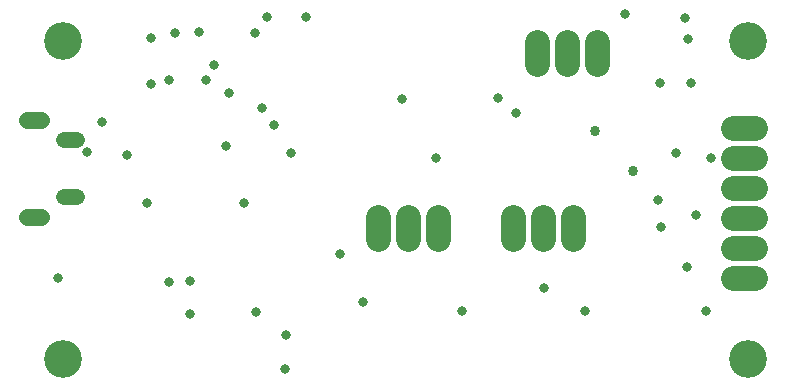
<source format=gbr>
G04 EAGLE Gerber RS-274X export*
G75*
%MOMM*%
%FSLAX34Y34*%
%LPD*%
%INSoldermask Bottom*%
%IPPOS*%
%AMOC8*
5,1,8,0,0,1.08239X$1,22.5*%
G01*
%ADD10C,3.203200*%
%ADD11C,1.361200*%
%ADD12C,1.411200*%
%ADD13C,2.082800*%
%ADD14C,0.808000*%
%ADD15C,0.858000*%


D10*
X621030Y309880D03*
X621030Y40640D03*
X40640Y309880D03*
X40640Y40640D03*
D11*
X41520Y226180D02*
X53100Y226180D01*
X53100Y177680D02*
X41520Y177680D01*
D12*
X22550Y160930D02*
X10470Y160930D01*
X10470Y242930D02*
X22550Y242930D01*
D13*
X307340Y160528D02*
X307340Y141732D01*
X332740Y141732D02*
X332740Y160528D01*
X358140Y160528D02*
X358140Y141732D01*
X421640Y141732D02*
X421640Y160528D01*
X447040Y160528D02*
X447040Y141732D01*
X472440Y141732D02*
X472440Y160528D01*
X492760Y290322D02*
X492760Y309118D01*
X467360Y309118D02*
X467360Y290322D01*
X441960Y290322D02*
X441960Y309118D01*
X607822Y236220D02*
X626618Y236220D01*
X626618Y210820D02*
X607822Y210820D01*
X607822Y185420D02*
X626618Y185420D01*
X626618Y160020D02*
X607822Y160020D01*
X607822Y134620D02*
X626618Y134620D01*
X626618Y109220D02*
X607822Y109220D01*
D14*
X570230Y311150D03*
X60960Y215900D03*
X36830Y109220D03*
X130810Y105410D03*
X194310Y172720D03*
X161759Y276860D03*
X424180Y248920D03*
X327660Y260350D03*
X246380Y330200D03*
D15*
X523240Y199390D03*
X491490Y233680D03*
D14*
X408940Y261620D03*
X233680Y214630D03*
X130810Y276860D03*
X294640Y88900D03*
X378460Y81280D03*
X168910Y289560D03*
X482600Y81280D03*
X585470Y81280D03*
X148590Y78740D03*
X204470Y80010D03*
X148590Y106680D03*
X111760Y172720D03*
X135890Y316230D03*
X181610Y265430D03*
X156210Y317500D03*
X179070Y220980D03*
X229870Y60960D03*
X95250Y213360D03*
X115570Y312420D03*
X115570Y273050D03*
X73660Y241300D03*
X228600Y31750D03*
X209550Y252730D03*
X547370Y152400D03*
X203200Y316230D03*
X516890Y332740D03*
X546100Y274320D03*
X576580Y162560D03*
X219710Y238760D03*
X544830Y175260D03*
X213360Y330200D03*
X567690Y328930D03*
X572770Y274320D03*
X589280Y210820D03*
X356870Y210820D03*
X560070Y214630D03*
X275160Y129540D03*
X568960Y118110D03*
X448310Y100330D03*
M02*

</source>
